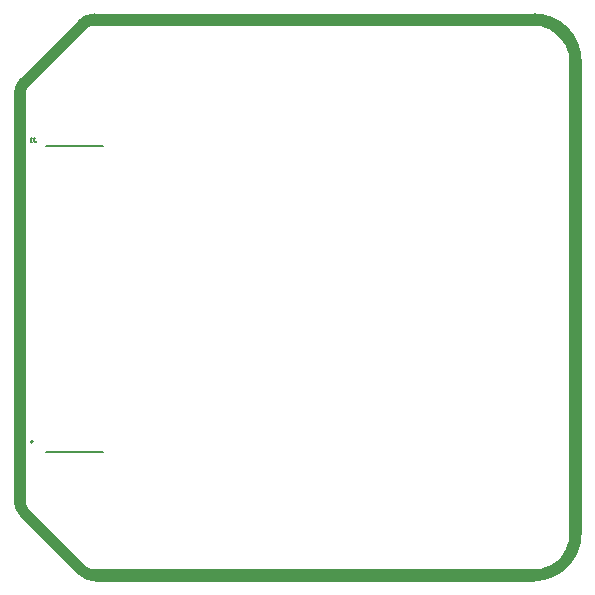
<source format=gbo>
G04*
G04 #@! TF.GenerationSoftware,Altium Limited,Altium Designer,23.3.1 (30)*
G04*
G04 Layer_Color=32896*
%FSLAX24Y24*%
%MOIN*%
G70*
G04*
G04 #@! TF.SameCoordinates,2879F4B0-5C84-431D-B3E2-9D7652F484AD*
G04*
G04*
G04 #@! TF.FilePolarity,Positive*
G04*
G01*
G75*
%ADD10C,0.0079*%
%ADD11C,0.0005*%
%ADD13C,0.0050*%
G36*
X17633Y18873D02*
X17833Y18820D01*
X18023Y18741D01*
X18202Y18638D01*
X18366Y18512D01*
X18512Y18366D01*
X18638Y18202D01*
X18741Y18023D01*
X18820Y17833D01*
X18873Y17633D01*
X18900Y17429D01*
Y17325D01*
Y1577D01*
Y1474D01*
X18873Y1269D01*
X18820Y1070D01*
X18741Y879D01*
X18638Y701D01*
X18512Y537D01*
X18366Y391D01*
X18202Y265D01*
X18023Y162D01*
X17833Y83D01*
X17633Y29D01*
X17429Y3D01*
X2613D01*
X2461Y33D01*
X2318Y92D01*
X2189Y178D01*
X2134Y233D01*
X2136Y235D01*
X235Y2136D01*
X235D01*
X183Y2193D01*
X98Y2321D01*
X39Y2463D01*
X9Y2614D01*
X5Y2691D01*
Y16212D01*
X9Y16289D01*
X39Y16440D01*
X98Y16582D01*
X183Y16710D01*
X235Y16767D01*
X2136Y18668D01*
X2134Y18670D01*
X2189Y18724D01*
X2318Y18811D01*
X2461Y18870D01*
X2613Y18900D01*
X2691D01*
Y18900D01*
X17429D01*
X17633Y18873D01*
D02*
G37*
%LPC*%
G36*
X17393Y18500D02*
X17316Y18500D01*
X2684Y18500D01*
X2684Y18500D01*
X2645Y18500D01*
X2569Y18485D01*
X2497Y18455D01*
X2432Y18412D01*
X2404Y18384D01*
X503Y16483D01*
X503Y16483D01*
X475Y16455D01*
X432Y16390D01*
X402Y16318D01*
X387Y16242D01*
Y16203D01*
Y2682D01*
Y2643D01*
X402Y2566D01*
X432Y2494D01*
X475Y2429D01*
X503Y2402D01*
X2404Y501D01*
Y501D01*
X2432Y473D01*
X2497Y430D01*
X2569Y400D01*
X2645Y384D01*
X2684Y384D01*
X17319D01*
X17396Y384D01*
X17550Y405D01*
X17700Y445D01*
X17843Y504D01*
X17978Y582D01*
X18101Y676D01*
X18211Y786D01*
X18305Y909D01*
X18383Y1044D01*
X18442Y1187D01*
X18482Y1337D01*
X18503Y1491D01*
X18503Y1568D01*
X18503Y17316D01*
X18503D01*
X18503Y17316D01*
X18503Y17394D01*
X18482Y17548D01*
X18442Y17698D01*
X18382Y17842D01*
X18305Y17976D01*
X18210Y18099D01*
X18100Y18209D01*
X17976Y18304D01*
X17842Y18381D01*
X17698Y18440D01*
X17548Y18480D01*
X17393Y18500D01*
D02*
G37*
%LPD*%
D10*
X622Y4638D02*
G03*
X622Y4638I-39J0D01*
G01*
D11*
X2134Y233D02*
G03*
X2691Y3I557J557D01*
G01*
X3Y2691D02*
G03*
X233Y2134I787J0D01*
G01*
Y16769D02*
G03*
X3Y16212I557J-557D01*
G01*
X2691Y18900D02*
G03*
X2134Y18670I0J-787D01*
G01*
X18900Y17325D02*
G03*
X17325Y18900I-1575J0D01*
G01*
Y3D02*
G03*
X18900Y1577I0J1575D01*
G01*
X233Y2134D02*
X2134Y233D01*
X3Y2691D02*
Y16212D01*
X233Y16769D02*
X2134Y18670D01*
X2691Y18900D02*
X17325D01*
X18900Y1577D02*
Y17325D01*
X2691Y3D02*
X17325D01*
D13*
X1055Y4304D02*
X2945D01*
X1055Y14496D02*
X2945D01*
X650Y14775D02*
X700D01*
X675D01*
Y14650D01*
X700Y14625D01*
X725D01*
X750Y14650D01*
X600Y14625D02*
X550D01*
X575D01*
Y14775D01*
X600Y14750D01*
M02*

</source>
